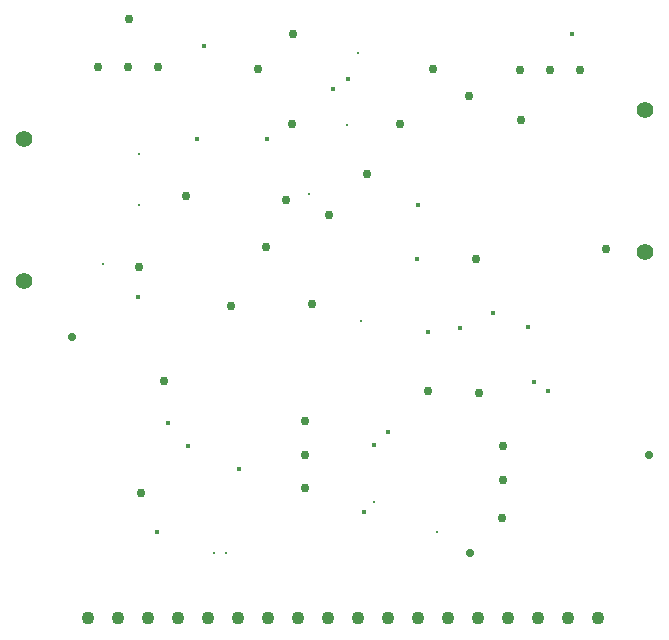
<source format=gbr>
%TF.GenerationSoftware,Altium Limited,Altium Designer,24.3.1 (35)*%
G04 Layer_Color=0*
%FSLAX43Y43*%
%MOMM*%
%TF.SameCoordinates,9DAA59CA-406A-4E62-98C5-13318CB5E6F2*%
%TF.FilePolarity,Positive*%
%TF.FileFunction,Plated,1,2,PTH,Drill*%
%TF.Part,Single*%
G01*
G75*
%TA.AperFunction,ComponentDrill*%
%ADD71C,1.400*%
%ADD72C,0.762*%
%ADD73C,0.750*%
%ADD74C,0.762*%
%ADD75C,1.100*%
%TA.AperFunction,ViaDrill,NotFilled*%
%ADD76C,0.300*%
%ADD77C,0.400*%
%ADD78C,0.711*%
D71*
X55245Y45446D02*
D03*
Y33446D02*
D03*
X2692Y30957D02*
D03*
Y42957D02*
D03*
D72*
X31674Y40030D02*
D03*
X44729Y44628D02*
D03*
X11532Y53111D02*
D03*
X14529Y22479D02*
D03*
X12573Y13056D02*
D03*
X43131Y10922D02*
D03*
X26500Y16205D02*
D03*
X43261Y16967D02*
D03*
X43236Y14097D02*
D03*
X41199Y21468D02*
D03*
X36890Y21637D02*
D03*
X26500Y13462D02*
D03*
Y19152D02*
D03*
X34519Y44272D02*
D03*
X37287Y48946D02*
D03*
X40386Y46660D02*
D03*
X27076Y29032D02*
D03*
X20168Y28854D02*
D03*
X23190Y33858D02*
D03*
D73*
X49728Y48844D02*
D03*
X47188D02*
D03*
X44648D02*
D03*
X14016Y49073D02*
D03*
X11476D02*
D03*
X8936D02*
D03*
D74*
X51968Y33655D02*
D03*
X25348Y44221D02*
D03*
X25470Y51873D02*
D03*
X22479Y48946D02*
D03*
X40945Y32868D02*
D03*
X28499Y36551D02*
D03*
X24816Y37795D02*
D03*
X16358Y38176D02*
D03*
X12421Y32188D02*
D03*
D75*
X15748Y2413D02*
D03*
X18288D02*
D03*
X20828D02*
D03*
X23368D02*
D03*
X25908D02*
D03*
X28448D02*
D03*
X30988D02*
D03*
X33528D02*
D03*
X36068D02*
D03*
X46228D02*
D03*
X51308D02*
D03*
X48768D02*
D03*
X43688D02*
D03*
X41148D02*
D03*
X38608D02*
D03*
X13208D02*
D03*
X10668D02*
D03*
X8128D02*
D03*
D76*
X30912Y50241D02*
D03*
X31166Y27610D02*
D03*
X26772Y38329D02*
D03*
X30023Y44196D02*
D03*
X12446Y41732D02*
D03*
X37668Y9728D02*
D03*
X32334Y12294D02*
D03*
X19761Y7976D02*
D03*
X18745D02*
D03*
X12421Y37440D02*
D03*
X9347Y32385D02*
D03*
D77*
X49073Y51841D02*
D03*
X17348Y43028D02*
D03*
X28876Y47193D02*
D03*
X30099Y48108D02*
D03*
X17932Y50902D02*
D03*
X23266Y42951D02*
D03*
X45345Y27073D02*
D03*
X47055Y21692D02*
D03*
X12344Y29642D02*
D03*
X45822Y22428D02*
D03*
X31471Y11405D02*
D03*
X33528Y18161D02*
D03*
X13894Y9703D02*
D03*
X42393Y28219D02*
D03*
X39621Y26997D02*
D03*
X20904Y15062D02*
D03*
X32334Y17094D02*
D03*
X14834Y18974D02*
D03*
X16535Y17018D02*
D03*
X36906Y26633D02*
D03*
X36068Y37389D02*
D03*
X35952Y32801D02*
D03*
D78*
X55626Y16205D02*
D03*
X6706Y26187D02*
D03*
X40462Y7950D02*
D03*
%TF.MD5,5b5db3c91cb3d5dd99a7adda2c2a3a77*%
M02*

</source>
